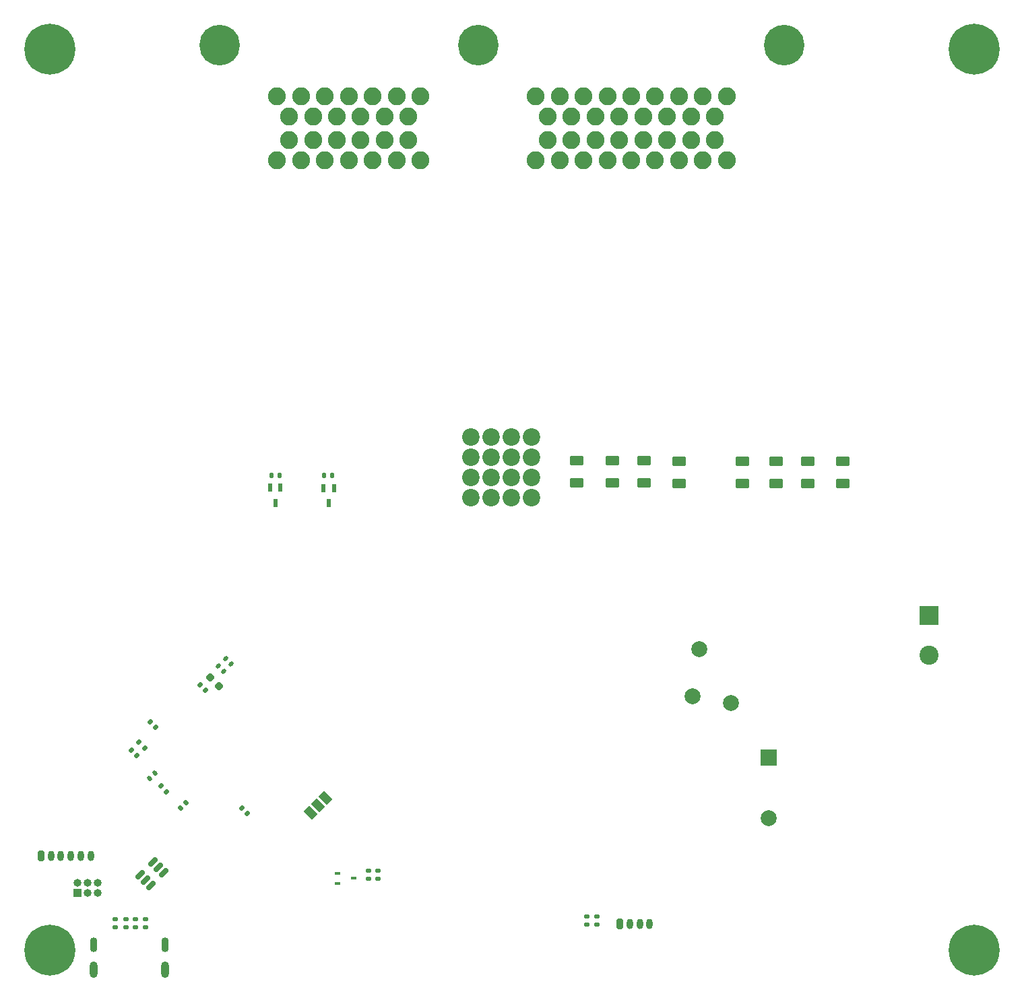
<source format=gbr>
%TF.GenerationSoftware,KiCad,Pcbnew,(6.0.8)*%
%TF.CreationDate,2023-06-01T04:18:13+02:00*%
%TF.ProjectId,pdms,70646d73-2e6b-4696-9361-645f70636258,rev?*%
%TF.SameCoordinates,Original*%
%TF.FileFunction,Soldermask,Bot*%
%TF.FilePolarity,Negative*%
%FSLAX46Y46*%
G04 Gerber Fmt 4.6, Leading zero omitted, Abs format (unit mm)*
G04 Created by KiCad (PCBNEW (6.0.8)) date 2023-06-01 04:18:13*
%MOMM*%
%LPD*%
G01*
G04 APERTURE LIST*
G04 Aperture macros list*
%AMRoundRect*
0 Rectangle with rounded corners*
0 $1 Rounding radius*
0 $2 $3 $4 $5 $6 $7 $8 $9 X,Y pos of 4 corners*
0 Add a 4 corners polygon primitive as box body*
4,1,4,$2,$3,$4,$5,$6,$7,$8,$9,$2,$3,0*
0 Add four circle primitives for the rounded corners*
1,1,$1+$1,$2,$3*
1,1,$1+$1,$4,$5*
1,1,$1+$1,$6,$7*
1,1,$1+$1,$8,$9*
0 Add four rect primitives between the rounded corners*
20,1,$1+$1,$2,$3,$4,$5,0*
20,1,$1+$1,$4,$5,$6,$7,0*
20,1,$1+$1,$6,$7,$8,$9,0*
20,1,$1+$1,$8,$9,$2,$3,0*%
%AMRotRect*
0 Rectangle, with rotation*
0 The origin of the aperture is its center*
0 $1 length*
0 $2 width*
0 $3 Rotation angle, in degrees counterclockwise*
0 Add horizontal line*
21,1,$1,$2,0,0,$3*%
G04 Aperture macros list end*
%ADD10C,2.000000*%
%ADD11RoundRect,0.200000X-0.200000X-0.450000X0.200000X-0.450000X0.200000X0.450000X-0.200000X0.450000X0*%
%ADD12O,0.800000X1.300000*%
%ADD13R,1.000000X1.000000*%
%ADD14O,1.000000X1.000000*%
%ADD15C,0.800000*%
%ADD16C,6.400000*%
%ADD17O,1.025000X2.050000*%
%ADD18O,0.925000X1.850000*%
%ADD19C,2.250000*%
%ADD20C,5.100000*%
%ADD21R,2.000000X2.000000*%
%ADD22C,2.200000*%
%ADD23R,2.400000X2.400000*%
%ADD24C,2.400000*%
%ADD25RoundRect,0.135000X0.226274X0.035355X0.035355X0.226274X-0.226274X-0.035355X-0.035355X-0.226274X0*%
%ADD26RoundRect,0.135000X0.135000X0.185000X-0.135000X0.185000X-0.135000X-0.185000X0.135000X-0.185000X0*%
%ADD27RoundRect,0.135000X-0.226274X-0.035355X-0.035355X-0.226274X0.226274X0.035355X0.035355X0.226274X0*%
%ADD28RoundRect,0.250000X0.625000X-0.375000X0.625000X0.375000X-0.625000X0.375000X-0.625000X-0.375000X0*%
%ADD29RoundRect,0.135000X0.185000X-0.135000X0.185000X0.135000X-0.185000X0.135000X-0.185000X-0.135000X0*%
%ADD30RoundRect,0.135000X-0.185000X0.135000X-0.185000X-0.135000X0.185000X-0.135000X0.185000X0.135000X0*%
%ADD31RoundRect,0.140000X0.021213X-0.219203X0.219203X-0.021213X-0.021213X0.219203X-0.219203X0.021213X0*%
%ADD32R,0.700000X0.450000*%
%ADD33R,0.550000X1.000000*%
%ADD34RoundRect,0.150000X-0.256326X-0.468458X0.468458X0.256326X0.256326X0.468458X-0.468458X-0.256326X0*%
%ADD35RoundRect,0.135000X-0.135000X-0.185000X0.135000X-0.185000X0.135000X0.185000X-0.135000X0.185000X0*%
%ADD36RoundRect,0.140000X-0.219203X-0.021213X-0.021213X-0.219203X0.219203X0.021213X0.021213X0.219203X0*%
%ADD37RoundRect,0.218750X0.335876X0.026517X0.026517X0.335876X-0.335876X-0.026517X-0.026517X-0.335876X0*%
%ADD38RotRect,1.000000X1.500000X45.000000*%
%ADD39RoundRect,0.135000X0.035355X-0.226274X0.226274X-0.035355X-0.035355X0.226274X-0.226274X0.035355X0*%
G04 APERTURE END LIST*
D10*
%TO.C,TP3*%
X102108000Y-120904000D03*
%TD*%
D11*
%TO.C,J5*%
X92125000Y-155450000D03*
D12*
X93375000Y-155450000D03*
X94625000Y-155450000D03*
X95875000Y-155450000D03*
%TD*%
D13*
%TO.C,J1*%
X23926800Y-151485600D03*
D14*
X23926800Y-150215600D03*
X25196800Y-151485600D03*
X25196800Y-150215600D03*
X26466800Y-151485600D03*
X26466800Y-150215600D03*
%TD*%
D15*
%TO.C,H2*%
X138336856Y-43730344D03*
X136639800Y-43027400D03*
X134942744Y-47124456D03*
D16*
X136639800Y-45427400D03*
D15*
X134239800Y-45427400D03*
X134942744Y-43730344D03*
X136639800Y-47827400D03*
X138336856Y-47124456D03*
X139039800Y-45427400D03*
%TD*%
D17*
%TO.C,J6*%
X26030000Y-161213800D03*
X34930000Y-161213800D03*
D18*
X26030000Y-158013800D03*
X34930000Y-158013800D03*
%TD*%
D19*
%TO.C,J2*%
X105558000Y-59396000D03*
X104058000Y-56896000D03*
X102558000Y-59396000D03*
X101058000Y-56896000D03*
X99558000Y-59396000D03*
X98058000Y-56896000D03*
X96558000Y-59396000D03*
X95058000Y-56896000D03*
X93558000Y-59396000D03*
X92058000Y-56896000D03*
X90558000Y-59396000D03*
X89058000Y-56896000D03*
X87558000Y-59396000D03*
X86058000Y-56896000D03*
X84558000Y-59396000D03*
X83058000Y-56896000D03*
X81558000Y-59396000D03*
X105558000Y-51396000D03*
X104058000Y-53896000D03*
X102558000Y-51396000D03*
X101058000Y-53896000D03*
X99558000Y-51396000D03*
X98058000Y-53896000D03*
X96558000Y-51396000D03*
X95058000Y-53896000D03*
X93558000Y-51396000D03*
X92058000Y-53896000D03*
X90558000Y-51396000D03*
X89058000Y-53896000D03*
X87558000Y-51396000D03*
X86058000Y-53896000D03*
X84558000Y-51396000D03*
X83058000Y-53896000D03*
X81558000Y-51396000D03*
X67058000Y-59396000D03*
X65558000Y-56896000D03*
X64058000Y-59396000D03*
X62558000Y-56896000D03*
X61058000Y-59396000D03*
X59558000Y-56896000D03*
X58058000Y-59396000D03*
X56558000Y-56896000D03*
X55058000Y-59396000D03*
X53558000Y-56896000D03*
X52058000Y-59396000D03*
X50558000Y-56896000D03*
X49058000Y-59396000D03*
X67058000Y-51396000D03*
X65558000Y-53896000D03*
X64058000Y-51396000D03*
X62558000Y-53896000D03*
X61058000Y-51396000D03*
X59558000Y-53896000D03*
X58058000Y-51396000D03*
X56558000Y-53896000D03*
X55058000Y-51396000D03*
X53558000Y-53896000D03*
X52058000Y-51396000D03*
X50558000Y-53896000D03*
X49058000Y-51396000D03*
D20*
X112808000Y-44896000D03*
X74308000Y-44896000D03*
X41808000Y-44896000D03*
%TD*%
D21*
%TO.C,BZ1*%
X110800000Y-134500000D03*
D10*
X110800000Y-142100000D03*
%TD*%
D22*
%TO.C,J3*%
X73380600Y-101854000D03*
X75920600Y-101854000D03*
X78460600Y-101854000D03*
X81000600Y-101854000D03*
X73380600Y-99314000D03*
X75920600Y-99314000D03*
X78460600Y-99314000D03*
X81000600Y-99314000D03*
X73380600Y-96774000D03*
X75920600Y-96774000D03*
X78460600Y-96774000D03*
X81000600Y-96774000D03*
X73380600Y-94234000D03*
X75920600Y-94234000D03*
X78460600Y-94234000D03*
X81000600Y-94234000D03*
%TD*%
D11*
%TO.C,J4*%
X19379400Y-146906400D03*
D12*
X20629400Y-146906400D03*
X21879400Y-146906400D03*
X23129400Y-146906400D03*
X24379400Y-146906400D03*
X25629400Y-146906400D03*
%TD*%
D15*
%TO.C,H1*%
X18787544Y-47124456D03*
D16*
X20484600Y-45427400D03*
D15*
X18787544Y-43730344D03*
X22181656Y-47124456D03*
X20484600Y-47827400D03*
X22181656Y-43730344D03*
X20484600Y-43027400D03*
X22884600Y-45427400D03*
X18084600Y-45427400D03*
%TD*%
D10*
%TO.C,TP4*%
X106095800Y-127685800D03*
%TD*%
D15*
%TO.C,H3*%
X22207056Y-160434856D03*
X18812944Y-157040744D03*
X22207056Y-157040744D03*
X22910000Y-158737800D03*
X18812944Y-160434856D03*
D16*
X20510000Y-158737800D03*
D15*
X18110000Y-158737800D03*
X20510000Y-161137800D03*
X20510000Y-156337800D03*
%TD*%
D10*
%TO.C,TP2*%
X101250000Y-126796800D03*
%TD*%
D15*
%TO.C,H4*%
X134942744Y-160434856D03*
X138336856Y-157040744D03*
X136639800Y-161137800D03*
X134239800Y-158737800D03*
D16*
X136639800Y-158737800D03*
D15*
X139039800Y-158737800D03*
X138336856Y-160434856D03*
X134942744Y-157040744D03*
X136639800Y-156337800D03*
%TD*%
D23*
%TO.C,C88*%
X130937000Y-116666000D03*
D24*
X130937000Y-121666000D03*
%TD*%
D25*
%TO.C,C45*%
X45300000Y-141550000D03*
X44578752Y-140828752D03*
%TD*%
D26*
%TO.C,R59*%
X49325400Y-98994400D03*
X48305400Y-98994400D03*
%TD*%
D27*
%TO.C,C44*%
X33062873Y-130014631D03*
X33784121Y-130735879D03*
%TD*%
D25*
%TO.C,C52*%
X40049480Y-126041584D03*
X39328232Y-125320336D03*
%TD*%
D28*
%TO.C,F12*%
X95156345Y-99935773D03*
X95156345Y-97135773D03*
%TD*%
D29*
%TO.C,R170*%
X89250000Y-155500000D03*
X89250000Y-154480000D03*
%TD*%
D25*
%TO.C,R73*%
X31410624Y-134260624D03*
X30689376Y-133539376D03*
%TD*%
D29*
%TO.C,R168*%
X61750000Y-149750000D03*
X61750000Y-148730000D03*
%TD*%
D28*
%TO.C,F11*%
X91193945Y-99977373D03*
X91193945Y-97177373D03*
%TD*%
D30*
%TO.C,R174*%
X31242000Y-154836400D03*
X31242000Y-155856400D03*
%TD*%
D28*
%TO.C,F14*%
X107492800Y-100079000D03*
X107492800Y-97279000D03*
%TD*%
D31*
%TO.C,C77*%
X32985389Y-137093011D03*
X33664211Y-136414189D03*
%TD*%
D28*
%TO.C,F15*%
X111760000Y-100079000D03*
X111760000Y-97279000D03*
%TD*%
%TO.C,F13*%
X99525145Y-100037373D03*
X99525145Y-97237373D03*
%TD*%
%TO.C,F17*%
X120142000Y-100076000D03*
X120142000Y-97276000D03*
%TD*%
D32*
%TO.C,D4*%
X56650000Y-150350000D03*
X56650000Y-149050000D03*
X58650000Y-149700000D03*
%TD*%
D33*
%TO.C,D28*%
X48175400Y-100594400D03*
X49475400Y-100594400D03*
X48825400Y-102494400D03*
%TD*%
D34*
%TO.C,U12*%
X33189332Y-150579668D03*
X32517581Y-149907917D03*
X31845830Y-149236166D03*
X33454498Y-147627498D03*
X34126249Y-148299249D03*
X34798000Y-148971000D03*
%TD*%
D30*
%TO.C,R167*%
X60500000Y-148730000D03*
X60500000Y-149750000D03*
%TD*%
D29*
%TO.C,R177*%
X28702000Y-155856400D03*
X28702000Y-154836400D03*
%TD*%
D35*
%TO.C,R58*%
X54915400Y-98994400D03*
X55935400Y-98994400D03*
%TD*%
D25*
%TO.C,R74*%
X32410624Y-133310624D03*
X31689376Y-132589376D03*
%TD*%
D33*
%TO.C,D27*%
X54875400Y-100610400D03*
X56175400Y-100610400D03*
X55525400Y-102510400D03*
%TD*%
D29*
%TO.C,R176*%
X30022800Y-155856400D03*
X30022800Y-154836400D03*
%TD*%
D36*
%TO.C,C80*%
X42568195Y-122094515D03*
X43247017Y-122773337D03*
%TD*%
D28*
%TO.C,F10*%
X86674745Y-99977373D03*
X86674745Y-97177373D03*
%TD*%
D37*
%TO.C,L1*%
X41712243Y-125549084D03*
X40598549Y-124435390D03*
%TD*%
D38*
%TO.C,JP1*%
X53279522Y-141411478D03*
X54198761Y-140492239D03*
X55118000Y-139573000D03*
%TD*%
D28*
%TO.C,F16*%
X115697000Y-100082000D03*
X115697000Y-97282000D03*
%TD*%
D29*
%TO.C,R178*%
X32512000Y-155831000D03*
X32512000Y-154811000D03*
%TD*%
%TO.C,R169*%
X88000000Y-155510000D03*
X88000000Y-154490000D03*
%TD*%
D27*
%TO.C,R56*%
X34439376Y-138089376D03*
X35160624Y-138810624D03*
%TD*%
D36*
%TO.C,C83*%
X41634249Y-123028463D03*
X42313071Y-123707285D03*
%TD*%
D39*
%TO.C,C51*%
X36889376Y-140860624D03*
X37610624Y-140139376D03*
%TD*%
M02*

</source>
